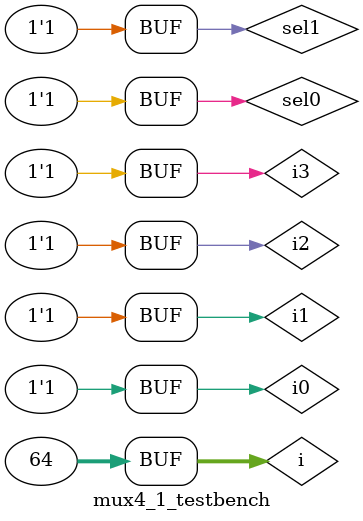
<source format=sv>
module mux4_1 (out, i0, i1, i2, i3, sel0, sel1);
	output logic out;
	input logic i0, i1, i2, i3, sel0, sel1;
	
	// Intermediate wires from input muxes to output mux.
	logic wire0, wire1;
	
	mux2_1 inputA (.out(wire0), .i0, .i1, .sel(sel0));
	mux2_1 inputB (.out(wire1), .i0(i2), .i1(i3), .sel(sel0));
	mux2_1 outputA (.out, .i0(wire0), .i1(wire1), .sel(sel1));

endmodule 

module mux4_1_testbench();
	logic out, i0, i1, i2, i3, sel0, sel1;
	
	mux4_1 dut (.out, .i0, .i1, .i2, .i3, .sel0, .sel1);
	
	integer i;
	initial begin
		for (i = 0; i < 64; i++) begin
			{sel1, sel0, i0, i1, i2, i3} = i; #10;
		end
	end
endmodule 
</source>
